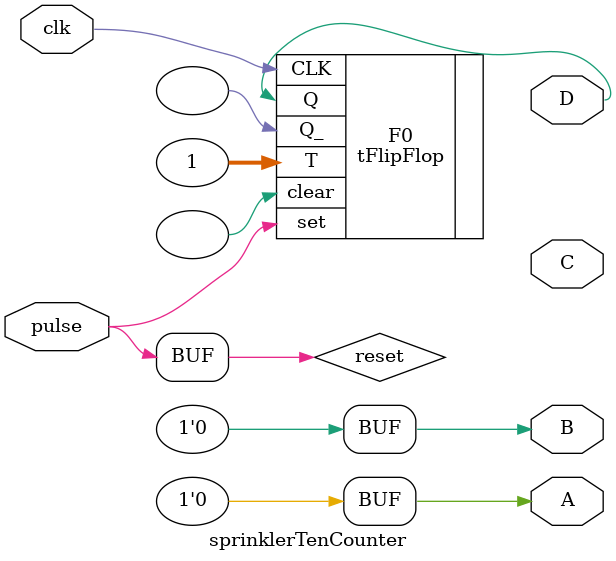
<source format=v>
module sprinklerTenCounter (pulse, clk, A, B, C, D);
	input clk, pulse;
	output A, B, C, D;
	
	not (A, 1);
	not (B, 1);

	// Lógica de reset
  wire reset;
  and and6 (reset, pulse);
	
	tFlipFlop F0(
	.T(1),
	.clear(),
	.CLK(clk),
	.Q(D),
	.Q_(),
	.set(reset)
	);
	  
endmodule
</source>
